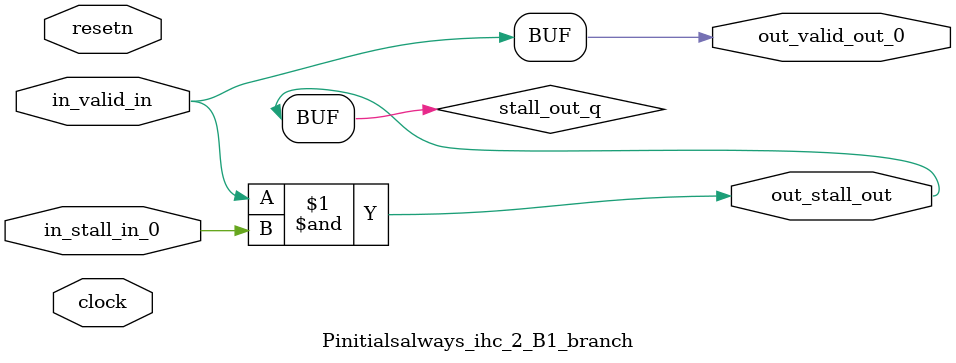
<source format=sv>



(* altera_attribute = "-name AUTO_SHIFT_REGISTER_RECOGNITION OFF; -name MESSAGE_DISABLE 10036; -name MESSAGE_DISABLE 10037; -name MESSAGE_DISABLE 14130; -name MESSAGE_DISABLE 14320; -name MESSAGE_DISABLE 15400; -name MESSAGE_DISABLE 14130; -name MESSAGE_DISABLE 10036; -name MESSAGE_DISABLE 12020; -name MESSAGE_DISABLE 12030; -name MESSAGE_DISABLE 12010; -name MESSAGE_DISABLE 12110; -name MESSAGE_DISABLE 14320; -name MESSAGE_DISABLE 13410; -name MESSAGE_DISABLE 113007; -name MESSAGE_DISABLE 10958" *)
module Pinitialsalways_ihc_2_B1_branch (
    input wire [0:0] in_stall_in_0,
    input wire [0:0] in_valid_in,
    output wire [0:0] out_stall_out,
    output wire [0:0] out_valid_out_0,
    input wire clock,
    input wire resetn
    );

    wire [0:0] stall_out_q;


    // stall_out(LOGICAL,6)
    assign stall_out_q = in_valid_in & in_stall_in_0;

    // out_stall_out(GPOUT,4)
    assign out_stall_out = stall_out_q;

    // out_valid_out_0(GPOUT,5)
    assign out_valid_out_0 = in_valid_in;

endmodule

</source>
